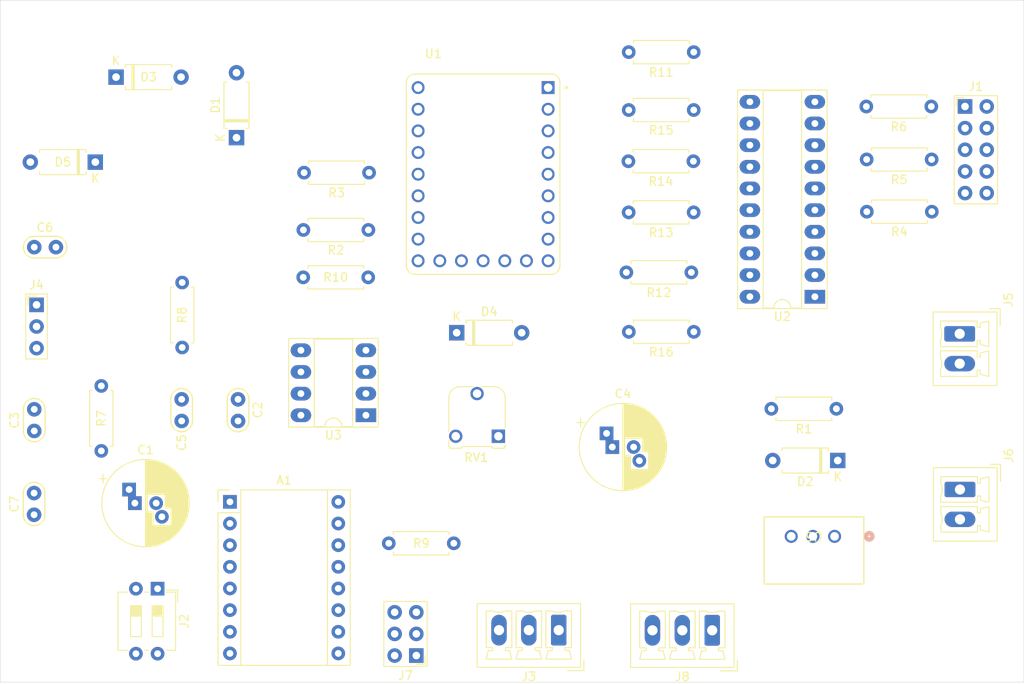
<source format=kicad_pcb>
(kicad_pcb (version 20240108) (generator "pcbnew") (generator_version "8.0")
  (layers (0 "F.Cu" signal) (31 "B.Cu" signal) (34 "B.Paste" user) (35 "F.Paste" user) (36 "B.SilkS" user "B.Silkscreen") (37 "F.SilkS" user "F.Silkscreen") (38 "B.Mask" user) (39 "F.Mask" user) (44 "Edge.Cuts" user))
  (net 0 "")
  (net 1 "Net-(A1-A2)")
  (net 2 "Net-(A1-A1)")
  (net 3 "Net-(A1-B1)")
  (net 4 "GND")
  (net 5 "/STEP")
  (net 6 "/~{EN}")
  (net 7 "Net-(A1-M0)")
  (net 8 "Net-(A1-M2)")
  (net 9 "+3.3V")
  (net 10 "Net-(A1-B2)")
  (net 11 "+12V")
  (net 12 "Net-(A1-M1)")
  (net 13 "/DIR")
  (net 15 "+5V")
  (net 16 "Net-(U3-B+)")
  (net 17 "Net-(C6-Pad1)")
  (net 18 "Net-(D3-K)")
  (net 19 "/LS0")
  (net 20 "/LS1")
  (net 21 "Net-(D4-K)")
  (net 22 "Net-(U2-A7)")
  (net 23 "/RGB")
  (net 24 "/RX")
  (net 25 "/BRX")
  (net 26 "/TX")
  (net 27 "/BTX")
  (net 28 "/SYNC")
  (net 29 "/BSYNC")
  (net 30 "Net-(R9-Pad2)")
  (net 31 "/VBIAS")
  (net 32 "Net-(U1-GP8)")
  (net 33 "/PRGB")
  (net 34 "/PLS1")
  (net 35 "Net-(U1-GP6)")
  (net 36 "/PLS0")
  (net 37 "Net-(U1-GP5)")
  (net 38 "/PSYNC")
  (net 39 "Net-(U1-GP2)")
  (net 40 "Net-(U1-GP1)")
  (net 41 "/PRX")
  (net 42 "/PTX")
  (net 43 "Net-(U1-GP0)")
  (net 48 "Net-(U3-A-)")
  (net 49 "/VADC")
  (footprint "Package_DIP:DIP-8_W7.62mm_Socket_LongPads" (layer "F.Cu") (at 140.51 111.31 180)
    (property "Reference" "U3" (at 3.81 -2.33 360) (layer "F.SilkS"))
    (property "Value" "MCP6002")
    (pad "1" thru_hole rect (at 0 0 180) (size 2.4 1.6) (drill 0.8) (layers "*.Cu" "*.Mask") (net 49 "/VADC"))
    (pad "2" thru_hole oval (at 0 2.54 180) (size 2.4 1.6) (drill 0.8) (layers "*.Cu" "*.Mask") (net 48 "Net-(U3-A-)"))
    (pad "3" thru_hole oval (at 0 5.08 180) (size 2.4 1.6) (drill 0.8) (layers "*.Cu" "*.Mask") (net 18 "Net-(D3-K)"))
    (pad "4" thru_hole oval (at 0 7.62 180) (size 2.4 1.6) (drill 0.8) (layers "*.Cu" "*.Mask") (net 4 "GND"))
    (pad "5" thru_hole oval (at 7.62 7.62 180) (size 2.4 1.6) (drill 0.8) (layers "*.Cu" "*.Mask") (net 16 "Net-(U3-B+)"))
    (pad "6" thru_hole oval (at 7.62 5.08 180) (size 2.4 1.6) (drill 0.8) (layers "*.Cu" "*.Mask") (net 31 "/VBIAS"))
    (pad "7" thru_hole oval (at 7.62 2.54 180) (size 2.4 1.6) (drill 0.8) (layers "*.Cu" "*.Mask") (net 31 "/VBIAS"))
    (pad "8" thru_hole oval (at 7.62 0 180) (size 2.4 1.6) (drill 0.8) (layers "*.Cu" "*.Mask") (net 9 "+3.3V"))
  )
  (footprint "Resistor_THT:R_Axial_DIN0207_L6.3mm_D2.5mm_P7.62mm_Horizontal" (layer "F.Cu") (at 178.93 87.51 180)
    (property "Reference" "R13" (at 3.81 -2.37 360) (layer "F.SilkS"))
    (property "Value" "100")
    (pad "1" thru_hole circle (at 0 0 180) (size 1.6 1.6) (drill 0.8) (layers "*.Cu" "*.Mask") (net 36 "/PLS0"))
    (pad "2" thru_hole oval (at 7.62 0 180) (size 1.6 1.6) (drill 0.8) (layers "*.Cu" "*.Mask") (net 37 "Net-(U1-GP5)"))
  )
  (footprint "Resistor_THT:R_Axial_DIN0207_L6.3mm_D2.5mm_P7.62mm_Horizontal" (layer "F.Cu") (at 178.94 68.71 180)
    (property "Reference" "R11" (at 3.81 -2.37 360) (layer "F.SilkS"))
    (property "Value" "100")
    (pad "1" thru_hole circle (at 0 0 180) (size 1.6 1.6) (drill 0.8) (layers "*.Cu" "*.Mask") (net 33 "/PRGB"))
    (pad "2" thru_hole oval (at 7.62 0 180) (size 1.6 1.6) (drill 0.8) (layers "*.Cu" "*.Mask") (net 32 "Net-(U1-GP8)"))
  )
  (footprint "Resistor_THT:R_Axial_DIN0207_L6.3mm_D2.5mm_P7.62mm_Horizontal" (layer "F.Cu") (at 206.79 75.09 180)
    (property "Reference" "R6" (at 3.81 -2.37 0) (layer "F.SilkS"))
    (property "Value" "100")
    (pad "1" thru_hole circle (at 0 0 180) (size 1.6 1.6) (drill 0.8) (layers "*.Cu" "*.Mask") (net 29 "/BSYNC"))
    (pad "2" thru_hole oval (at 7.62 0 180) (size 1.6 1.6) (drill 0.8) (layers "*.Cu" "*.Mask") (net 28 "/SYNC"))
  )
  (footprint "Aquiot:C_Ceramic-100mil-THT" (layer "F.Cu") (at 101.63 113.15 90)
    (property "Reference" "C3" (at 1.25 -2.31 90) (layer "F.SilkS"))
    (property "Value" "100n")
    (pad "1" thru_hole circle (at 0 0 90) (size 1.7 1.7) (drill 0.8) (layers "*.Cu" "*.Mask") (net 4 "GND"))
    (pad "2" thru_hole circle (at 2.54 0 90) (size 1.7 1.7) (drill 0.8) (layers "*.Cu" "*.Mask") (net 9 "+3.3V"))
  )
  (footprint "Resistor_THT:R_Axial_DIN0207_L6.3mm_D2.5mm_P7.62mm_Horizontal" (layer "F.Cu") (at 206.85 87.43 180)
    (property "Reference" "R4" (at 3.81 -2.37 0) (layer "F.SilkS"))
    (property "Value" "100")
    (pad "1" thru_hole circle (at 0 0 180) (size 1.6 1.6) (drill 0.8) (layers "*.Cu" "*.Mask") (net 25 "/BRX"))
    (pad "2" thru_hole oval (at 7.62 0 180) (size 1.6 1.6) (drill 0.8) (layers "*.Cu" "*.Mask") (net 24 "/RX"))
  )
  (footprint "Diode_THT:D_A-405_P7.62mm_Horizontal" (layer "F.Cu") (at 111.22 71.64)
    (property "Reference" "D3" (at 3.81 0 360) (layer "F.SilkS"))
    (property "Value" "30V")
    (fp_text user "K" (at 0 -1.9 360) (layer "F.SilkS"))
    (pad "1" thru_hole rect (at 0 0) (size 1.8 1.8) (drill 0.9) (layers "*.Cu" "*.Mask") (net 18 "Net-(D3-K)"))
    (pad "2" thru_hole oval (at 7.62 0) (size 1.8 1.8) (drill 0.9) (layers "*.Cu" "*.Mask") (net 4 "GND"))
  )
  (footprint "Resistor_THT:R_Axial_DIN0207_L6.3mm_D2.5mm_P7.62mm_Horizontal" (layer "F.Cu") (at 178.66 94.55 180)
    (property "Reference" "R12" (at 3.81 -2.37 360) (layer "F.SilkS"))
    (property "Value" "100")
    (pad "1" thru_hole circle (at 0 0 180) (size 1.6 1.6) (drill 0.8) (layers "*.Cu" "*.Mask") (net 34 "/PLS1"))
    (pad "2" thru_hole oval (at 7.62 0 180) (size 1.6 1.6) (drill 0.8) (layers "*.Cu" "*.Mask") (net 35 "Net-(U1-GP6)"))
  )
  (footprint "Aquiot:C_Ceramic-100mil-THT" (layer "F.Cu") (at 101.61 122.98 90)
    (property "Reference" "C7" (at 1.25 -2.31 90) (layer "F.SilkS"))
    (property "Value" "100n")
    (pad "1" thru_hole circle (at 0 0 90) (size 1.7 1.7) (drill 0.8) (layers "*.Cu" "*.Mask") (net 11 "+12V"))
    (pad "2" thru_hole circle (at 2.54 0 90) (size 1.7 1.7) (drill 0.8) (layers "*.Cu" "*.Mask") (net 4 "GND"))
  )
  (footprint "Capacitor_THT:CP_Radial_D10.0mm_P2.50mm_P5.00mm" (layer "F.Cu") (at 113.422323 121.62)
    (property "Reference" "C1" (at 1.25 -6.25 360) (layer "F.SilkS"))
    (property "Value" "100u/25V")
    (pad "1" thru_hole rect (at -0.670937 -1.6) (size 1.6 1.6) (drill 0.8) (layers "*.Cu" "*.Mask") (net 11 "+12V"))
    (pad "1" thru_hole rect (at 0 0) (size 1.6 1.6) (drill 0.8) (layers "*.Cu" "*.Mask") (net 11 "+12V"))
    (pad "2" thru_hole circle (at 2.5 0) (size 1.6 1.6) (drill 0.8) (layers "*.Cu" "*.Mask") (net 4 "GND"))
    (pad "2" thru_hole circle (at 3.170937 1.6) (size 1.6 1.6) (drill 0.8) (layers "*.Cu" "*.Mask") (net 4 "GND"))
  )
  (footprint "Resistor_THT:R_Axial_DIN0207_L6.3mm_D2.5mm_P7.62mm_Horizontal" (layer "F.Cu") (at 178.95 101.52 180)
    (property "Reference" "R16" (at 3.81 -2.37 360) (layer "F.SilkS"))
    (property "Value" "100")
    (pad "1" thru_hole circle (at 0 0 180) (size 1.6 1.6) (drill 0.8) (layers "*.Cu" "*.Mask") (net 42 "/PTX"))
    (pad "2" thru_hole oval (at 7.62 0 180) (size 1.6 1.6) (drill 0.8) (layers "*.Cu" "*.Mask") (net 43 "Net-(U1-GP0)"))
  )
  (footprint "Button_Switch_THT:SW_DIP_SPSTx02_Slide_6.7x6.64mm_W7.62mm_P2.54mm_LowProfile" (layer "F.Cu") (at 116.09 131.66 -90)
    (property "Reference" "J2" (at 3.81 -3.11 90) (layer "F.SilkS"))
    (property "Value" "HDR4")
    (pad "1" thru_hole rect (at 0 0 270) (size 1.6 1.6) (drill 0.8) (layers "*.Cu" "*.Mask") (net 2 "Net-(A1-A1)"))
    (pad "2" thru_hole oval (at 0 2.54 270) (size 1.6 1.6) (drill 0.8) (layers "*.Cu" "*.Mask") (net 1 "Net-(A1-A2)"))
    (pad "3" thru_hole oval (at 7.62 2.54 270) (size 1.6 1.6) (drill 0.8) (layers "*.Cu" "*.Mask") (net 3 "Net-(A1-B1)"))
    (pad "4" thru_hole oval (at 7.62 0 270) (size 1.6 1.6) (drill 0.8) (layers "*.Cu" "*.Mask") (net 10 "Net-(A1-B2)"))
  )
  (footprint "Resistor_THT:R_Axial_DIN0207_L6.3mm_D2.5mm_P7.62mm_Horizontal" (layer "F.Cu") (at 195.66 110.55 180)
    (property "Reference" "R1" (at 3.81 -2.37 0) (layer "F.SilkS"))
    (property "Value" "100")
    (pad "1" thru_hole circle (at 0 0 180) (size 1.6 1.6) (drill 0.8) (layers "*.Cu" "*.Mask") (net 22 "Net-(U2-A7)"))
    (pad "2" thru_hole oval (at 7.62 0 180) (size 1.6 1.6) (drill 0.8) (layers "*.Cu" "*.Mask") (net 23 "/RGB"))
  )
  (footprint "Aquiot:Pin_Header_Straight_2x03_Pitch2.54mm" (layer "F.Cu") (at 146.42 139.5 180)
    (property "Reference" "J7" (at 1.27 -2.33 0) (layer "F.SilkS"))
    (property "Value" "HDR3x2")
    (pad "1" thru_hole rect (at 0 0 180) (size 1.7 1.7) (drill 0.89) (layers "*.Cu" "*.Mask") (net 4 "GND"))
    (pad "2" thru_hole oval (at 2.54 0 180) (size 1.7 1.7) (drill 0.89) (layers "*.Cu" "*.Mask") (net 7 "Net-(A1-M0)"))
    (pad "3" thru_hole oval (at 0 2.54 180) (size 1.7 1.7) (drill 0.89) (layers "*.Cu" "*.Mask") (net 4 "GND"))
    (pad "4" thru_hole oval (at 2.54 2.54 180) (size 1.7 1.7) (drill 0.89) (layers "*.Cu" "*.Mask") (net 12 "Net-(A1-M1)"))
    (pad "5" thru_hole oval (at 0 5.08 180) (size 1.7 1.7) (drill 0.89) (layers "*.Cu" "*.Mask") (net 4 "GND"))
    (pad "6" thru_hole oval (at 2.54 5.08 180) (size 1.7 1.7) (drill 0.89) (layers "*.Cu" "*.Mask") (net 8 "Net-(A1-M2)"))
  )
  (footprint "Resistor_THT:R_Axial_DIN0207_L6.3mm_D2.5mm_P7.62mm_Horizontal" (layer "F.Cu") (at 143.19 126.33)
    (property "Reference" "R9" (at 3.81 0 360) (layer "F.SilkS"))
    (property "Value" "TBD")
    (pad "1" thru_hole circle (at 0 0) (size 1.6 1.6) (drill 0.8) (layers "*.Cu" "*.Mask") (net 31 "/VBIAS"))
    (pad "2" thru_hole oval (at 7.62 0) (size 1.6 1.6) (drill 0.8) (layers "*.Cu" "*.Mask") (net 30 "Net-(R9-Pad2)"))
  )
  (footprint "Resistor_THT:R_Axial_DIN0207_L6.3mm_D2.5mm_P7.62mm_Horizontal" (layer "F.Cu") (at 178.9 81.51 180)
    (property "Reference" "R14" (at 3.81 -2.37 360) (layer "F.SilkS"))
    (property "Value" "100")
    (pad "1" thru_hole circle (at 0 0 180) (size 1.6 1.6) (drill 0.8) (layers "*.Cu" "*.Mask") (net 38 "/PSYNC"))
    (pad "2" thru_hole oval (at 7.62 0 180) (size 1.6 1.6) (drill 0.8) (layers "*.Cu" "*.Mask") (net 39 "Net-(U1-GP2)"))
  )
  (footprint "Aquiot:C_Ceramic-100mil-THT" (layer "F.Cu") (at 125.52 109.44 -90)
    (property "Reference" "C2" (at 1.25 -2.31 90) (layer "F.SilkS"))
    (property "Value" "100n")
    (pad "1" thru_hole circle (at 0 0 270) (size 1.7 1.7) (drill 0.8) (layers "*.Cu" "*.Mask") (net 9 "+3.3V"))
    (pad "2" thru_hole circle (at 2.54 0 270) (size 1.7 1.7) (drill 0.8) (layers "*.Cu" "*.Mask") (net 4 "GND"))
  )
  (footprint "Aquiot8:PhoenixContact_MCV_1,5_2-G-3.5_1x02_P3.50mm_Vertical" (layer "F.Cu") (at 210.1175 101.7575 -90)
    (property "Reference" "J5" (at -3.9825 -5.7225 90) (layer "F.SilkS"))
    (property "Value" "Screw_Terminal_01x02")
    (pad "1" thru_hole roundrect (at 0 0 270) (size 1.8 3.6) (drill 1.2) (layers "*.Cu" "*.Mask") (roundrect_rratio 0.1388888889) (net 19 "/LS0"))
    (pad "2" thru_hole oval (at 3.5 0 270) (size 1.8 3.6) (drill 1.2) (layers "*.Cu" "*.Mask") (net 4 "GND"))
  )
  (footprint "Diode_THT:D_A-405_P7.62mm_Horizontal" (layer "F.Cu") (at 195.82 116.62 180)
    (property "Reference" "D2" (at 3.81 -2.47 360) (layer "F.SilkS"))
    (property "Value" "3.3V")
    (fp_text user "K" (at 0 -1.9 360) (layer "F.SilkS"))
    (pad "1" thru_hole rect (at 0 0 180) (size 1.8 1.8) (drill 0.9) (layers "*.Cu" "*.Mask") (net 20 "/LS1"))
    (pad "2" thru_hole oval (at 7.62 0 180) (size 1.8 1.8) (drill 0.9) (layers "*.Cu" "*.Mask") (net 4 "GND"))
  )
  (footprint "Resistor_THT:R_Axial_DIN0207_L6.3mm_D2.5mm_P7.62mm_Horizontal" (layer "F.Cu") (at 133.16 95.13)
    (property "Reference" "R10" (at 3.81 0 360) (layer "F.SilkS"))
    (property "Value" "470k")
    (pad "1" thru_hole circle (at 0 0) (size 1.6 1.6) (drill 0.8) (layers "*.Cu" "*.Mask") (net 31 "/VBIAS"))
    (pad "2" thru_hole oval (at 7.62 0) (size 1.6 1.6) (drill 0.8) (layers "*.Cu" "*.Mask") (net 18 "Net-(D3-K)"))
  )
  (footprint "Aquiot:Pin_Header_Straight_1x03_Pitch2.54mm" (layer "F.Cu") (at 101.9 98.36)
    (property "Reference" "J4" (at 0 -2.33 0) (layer "F.SilkS"))
    (property "Value" "HDR3")
    (pad "1" thru_hole rect (at 0 0) (size 1.7 1.7) (drill 0.89) (layers "*.Cu" "*.Mask") (net 9 "+3.3V"))
    (pad "2" thru_hole oval (at 0 2.54) (size 1.7 1.7) (drill 0.89) (layers "*.Cu" "*.Mask") (net 17 "Net-(C6-Pad1)"))
    (pad "3" thru_hole oval (at 0 5.08) (size 1.7 1.7) (drill 0.89) (layers "*.Cu" "*.Mask") (net 4 "GND"))
  )
  (footprint "Capacitor_THT:CP_Radial_D10.0mm_P2.50mm_P5.00mm" (layer "F.Cu") (at 169.392323 115.04)
    (property "Reference" "C4" (at 1.25 -6.25 360) (layer "F.SilkS"))
    (property "Value" "220u/50V")
    (pad "1" thru_hole rect (at -0.670937 -1.6) (size 1.6 1.6) (drill 0.8) (layers "*.Cu" "*.Mask") (net 15 "+5V"))
    (pad "1" thru_hole rect (at 0 0) (size 1.6 1.6) (drill 0.8) (layers "*.Cu" "*.Mask") (net 15 "+5V"))
    (pad "2" thru_hole circle (at 2.5 0) (size 1.6 1.6) (drill 0.8) (layers "*.Cu" "*.Mask") (net 4 "GND"))
    (pad "2" thru_hole circle (at 3.170937 1.6) (size 1.6 1.6) (drill 0.8) (layers "*.Cu" "*.Mask") (net 4 "GND"))
  )
  (footprint "Diode_THT:D_A-405_P7.62mm_Horizontal" (layer "F.Cu") (at 151.15 101.63)
    (property "Reference" "D4" (at 3.81 -2.47 360) (layer "F.SilkS"))
    (property "Value" "30V")
    (fp_text user "K" (at 0 -1.9 360) (layer "F.SilkS"))
    (pad "1" thru_hole rect (at 0 0) (size 1.8 1.8) (drill 0.9) (layers "*.Cu" "*.Mask") (net 21 "Net-(D4-K)"))
    (pad "2" thru_hole oval (at 7.62 0) (size 1.8 1.8) (drill 0.9) (layers "*.Cu" "*.Mask") (net 15 "+5V"))
  )
  (footprint "Aquiot7:PhoenixContact_MCV_1,5_3-G-3.5_1x03_P3.50mm_Vertical" (layer "F.Cu") (at 181.1025 136.5375 180)
    (property "Reference" "J8" (at 3.5 -5.45 0) (layer "F.SilkS"))
    (property "Value" "Screw_Terminal_01x03")
    (pad "1" thru_hole roundrect (at 0 0 180) (size 1.8 3.6) (drill 1.2) (layers "*.Cu" "*.Mask") (roundrect_rratio 0.138889) (net 11 "+12V"))
    (pad "2" thru_hole oval (at 3.5 0 180) (size 1.8 3.6) (drill 1.2) (layers "*.Cu" "*.Mask") (net 23 "/RGB"))
    (pad "3" thru_hole oval (at 7 0 180) (size 1.8 3.6) (drill 1.2) (layers "*.Cu" "*.Mask") (net 4 "GND"))
  )
  (footprint "Resistor_THT:R_Axial_DIN0207_L6.3mm_D2.5mm_P7.62mm_Horizontal" (layer "F.Cu") (at 109.49 115.49 90)
    (property "Reference" "R7" (at 3.81 0 90) (layer "F.SilkS"))
    (property "Value" "10k")
    (pad "1" thru_hole circle (at 0 0 90) (size 1.6 1.6) (drill 0.8) (layers "*.Cu" "*.Mask") (net 4 "GND"))
    (pad "2" thru_hole oval (at 7.62 0 90) (size 1.6 1.6) (drill 0.8) (layers "*.Cu" "*.Mask") (net 16 "Net-(U3-B+)"))
  )
  (footprint "Resistor_THT:R_Axial_DIN0207_L6.3mm_D2.5mm_P7.62mm_Horizontal" (layer "F.Cu") (at 140.8 89.57 180)
    (property "Reference" "R2" (at 3.81 -2.37 360) (layer "F.SilkS"))
    (property "Value" "2K2")
    (pad "1" thru_hole circle (at 0 0 180) (size 1.6 1.6) (drill 0.8) (layers "*.Cu" "*.Mask") (net 9 "+3.3V"))
    (pad "2" thru_hole oval (at 7.62 0 180) (size 1.6 1.6) (drill 0.8) (layers "*.Cu" "*.Mask") (net 19 "/LS0"))
  )
  (footprint "Diode_THT:D_A-405_P7.62mm_Horizontal" (layer "F.Cu") (at 125.34 78.75 90)
    (property "Reference" "D1" (at 3.81 -2.47 90) (layer "F.SilkS"))
    (property "Value" "3.3V")
    (fp_text user "K" (at 0 -1.9 90) (layer "F.SilkS"))
    (pad "1" thru_hole rect (at 0 0 90) (size 1.8 1.8) (drill 0.9) (layers "*.Cu" "*.Mask") (net 19 "/LS0"))
    (pad "2" thru_hole oval (at 7.62 0 90) (size 1.8 1.8) (drill 0.9) (layers "*.Cu" "*.Mask") (net 4 "GND"))
  )
  (footprint "RP-2040:MODULE_RP2040-ZERO" (layer "F.Cu") (at 154.25 83.03)
    (property "Reference" "U1" (at -5.825 -14.135 0) (layer "F.SilkS"))
    (property "Value" "RP2040-ZERO")
    (pad "1" thru_hole rect (at 7.62 -10.16) (size 1.508 1.508) (drill 1) (layers "*.Cu" "*.Mask") (net 43 "Net-(U1-GP0)"))
    (pad "2" thru_hole circle (at 7.62 -7.62) (size 1.508 1.508) (drill 1) (layers "*.Cu" "*.Mask") (net 40 "Net-(U1-GP1)"))
    (pad "3" thru_hole circle (at 7.62 -5.08) (size 1.508 1.508) (drill 1) (layers "*.Cu" "*.Mask") (net 39 "Net-(U1-GP2)"))
    (pad "4" thru_hole circle (at 7.62 -2.54) (size 1.508 1.508) (drill 1) (layers "*.Cu" "*.Mask"))
    (pad "5" thru_hole circle (at 7.62 0) (size 1.508 1.508) (drill 1) (layers "*.Cu" "*.Mask"))
    (pad "6" thru_hole circle (at 7.62 2.54) (size 1.508 1.508) (drill 1) (layers "*.Cu" "*.Mask") (net 37 "Net-(U1-GP5)"))
    (pad "7" thru_hole circle (at 7.62 5.08) (size 1.508 1.508) (drill 1) (layers "*.Cu" "*.Mask") (net 35 "Net-(U1-GP6)"))
    (pad "8" thru_hole circle (at 7.62 7.62) (size 1.508 1.508) (drill 1) (layers "*.Cu" "*.Mask"))
    (pad "9" thru_hole circle (at 7.62 10.16) (size 1.508 1.508) (drill 1) (layers "*.Cu" "*.Mask") (net 32 "Net-(U1-GP8)"))
    (pad "10" thru_hole circle (at 5.08 10.16) (size 1.508 1.508) (drill 1) (layers "*.Cu" "*.Mask"))
    (pad "11" thru_hole circle (at 2.54 10.16) (size 1.508 1.508) (drill 1) (layers "*.Cu" "*.Mask"))
    (pad "12" thru_hole circle (at 0 10.16) (size 1.508 1.508) (drill 1) (layers "*.Cu" "*.Mask") (net 6 "/~{EN}"))
    (pad "13" thru_hole circle (at -2.54 10.16) (size 1.508 1.508) (drill 1) (layers "*.Cu" "*.Mask") (net 5 "/STEP"))
    (pad "14" thru_hole circle (at -5.08 10.16) (size 1.508 1.508) (drill 1) (layers "*.Cu" "*.Mask") (net 13 "/DIR"))
    (pad "15" thru_hole circle (at -7.62 10.16) (size 1.508 1.508) (drill 1) (layers "*.Cu" "*.Mask"))
    (pad "16" thru_hole circle (at -7.62 7.62) (size 1.508 1.508) (drill 1) (layers "*.Cu" "*.Mask"))
    (pad "17" thru_hole circle (at -7.62 5.08) (size 1.508 1.508) (drill 1) (layers "*.Cu" "*.Mask") (net 49 "/VADC"))
    (pad "18" thru_hole circle (at -7.62 2.54) (size 1.508 1.508) (drill 1) (layers "*.Cu" "*.Mask"))
    (pad "19" thru_hole circle (at -7.62 0) (size 1.508 1.508) (drill 1) (layers "*.Cu" "*.Mask"))
    (pad "20" thru_hole circle (at -7.62 -2.54) (size 1.508 1.508) (drill 1) (layers "*.Cu" "*.Mask"))
    (pad "21" thru_hole circle (at -7.62 -5.08) (size 1.508 1.508) (drill 1) (layers "*.Cu" "*.Mask") (net 9 "+3.3V"))
    (pad "22" thru_hole circle (at -7.62 -7.62) (size 1.508 1.508) (drill 1) (layers "*.Cu" "*.Mask") (net 4 "GND"))
    (pad "23" thru_hole circle (at -7.62 -10.16) (size 1.508 1.508) (drill 1) (layers "*.Cu" "*.Mask") (net 21 "Net-(D4-K)"))
  )
  (footprint "Resistor_THT:R_Axial_DIN0207_L6.3mm_D2.5mm_P7.62mm_Horizontal" (layer "F.Cu") (at 178.94 75.5 180)
    (property "Reference" "R15" (at 3.81 -2.37 360) (layer "F.SilkS"))
    (property "Value" "100")
    (pad "1" thru_hole circle (at 0 0 180) (size 1.6 1.6) (drill 0.8) (layers "*.Cu" "*.Mask") (net 41 "/PRX"))
    (pad "2" thru_hole oval (at 7.62 0 180) (size 1.6 1.6) (drill 0.8) (layers "*.Cu" "*.Mask") (net 40 "Net-(U1-GP1)"))
  )
  (footprint "Resistor_THT:R_Axial_DIN0207_L6.3mm_D2.5mm_P7.62mm_Horizontal" (layer "F.Cu") (at 206.83 81.3 180)
    (property "Reference" "R5" (at 3.81 -2.37 0) (layer "F.SilkS"))
    (property "Value" "100")
    (pad "1" thru_hole circle (at 0 0 180) (size 1.6 1.6) (drill 0.8) (layers "*.Cu" "*.Mask") (net 27 "/BTX"))
    (pad "2" thru_hole oval (at 7.62 0 180) (size 1.6 1.6) (drill 0.8) (layers "*.Cu" "*.Mask") (net 26 "/TX"))
  )
  (footprint "Aquiot:C_Ceramic-100mil-THT" (layer "F.Cu") (at 118.91 111.98 90)
    (property "Reference" "C5" (at -2.54 0 90) (layer "F.SilkS"))
    (property "Value" "100n")
    (pad "1" thru_hole circle (at 0 0 90) (size 1.7 1.7) (drill 0.8) (layers "*.Cu" "*.Mask") (net 4 "GND"))
    (pad "2" thru_hole circle (at 2.54 0 90) (size 1.7 1.7) (drill 0.8) (layers "*.Cu" "*.Mask") (net 16 "Net-(U3-B+)"))
  )
  (footprint "Potentiometer_THT:Potentiometer_Runtron_RM-065_Vertical" (layer "F.Cu") (at 156.04 113.77 180)
    (property "Reference" "RV1" (at 2.6 -2.5 360) (layer "F.SilkS"))
    (property "Value" "R_Potentiometer")
    (pad "1" thru_hole rect (at 0 0 180) (size 1.56 1.56) (drill 1) (layers "*.Cu" "*.Mask") (net 49 "/VADC"))
    (pad "2" thru_hole circle (at 2.5 5 180) (size 1.56 1.56) (drill 1) (layers "*.Cu" "*.Mask") (net 48 "Net-(U3-A-)"))
    (pad "3" thru_hole circle (at 5 0 180) (size 1.56 1.56) (drill 1) (layers "*.Cu" "*.Mask") (net 30 "Net-(R9-Pad2)"))
  )
  (footprint "Aquiot8:PhoenixContact_MCV_1,5_2-G-3.5_1x02_P3.50mm_Vertical" (layer "F.Cu") (at 210.15 120.02 -90)
    (property "Reference" "J6" (at -3.9825 -5.7225 90) (layer "F.SilkS"))
    (property "Value" "Screw_Terminal_01x02")
    (pad "1" thru_hole roundrect (at 0 0 270) (size 1.8 3.6) (drill 1.2) (layers "*.Cu" "*.Mask") (roundrect_rratio 0.1388888889) (net 20 "/LS1"))
    (pad "2" thru_hole oval (at 3.5 0 270) (size 1.8 3.6) (drill 1.2) (layers "*.Cu" "*.Mask") (net 4 "GND"))
  )
  (footprint "Package_DIP:DIP-20_W7.62mm_Socket_LongPads" (layer "F.Cu") (at 193.14 97.405 180)
    (property "Reference" "U2" (at 3.81 -2.33 360) (layer "F.SilkS"))
    (property "Value" "74HC245")
    (pad "1" thru_hole rect (at 0 0 180) (size 2.4 1.6) (drill 0.8) (layers "*.Cu" "*.Mask") (net 4 "GND"))
    (pad "2" thru_hole oval (at 0 2.54 180) (size 2.4 1.6) (drill 0.8) (layers "*.Cu" "*.Mask") (net 38 "/PSYNC"))
    (pad "3" thru_hole oval (at 0 5.08 180) (size 2.4 1.6) (drill 0.8) (layers "*.Cu" "*.Mask") (net 26 "/TX"))
    (pad "4" thru_hole oval (at 0 7.62 180) (size 2.4 1.6) (drill 0.8) (layers "*.Cu" "*.Mask") (net 41 "/PRX"))
    (pad "5" thru_hole oval (at 0 10.16 180) (size 2.4 1.6) (drill 0.8) (layers "*.Cu" "*.Mask") (net 36 "/PLS0"))
    (pad "6" thru_hole oval (at 0 12.7 180) (size 2.4 1.6) (drill 0.8) (layers "*.Cu" "*.Mask") (net 34 "/PLS1"))
    (pad "7" thru_hole oval (at 0 15.24 180) (size 2.4 1.6) (drill 0.8) (layers "*.Cu" "*.Mask"))
    (pad "8" thru_hole oval (at 0 17.78 180) (size 2.4 1.6) (drill 0.8) (layers "*.Cu" "*.Mask"))
    (pad "9" thru_hole oval (at 0 20.32 180) (size 2.4 1.6) (drill 0.8) (layers "*.Cu" "*.Mask") (net 22 "Net-(U2-A7)"))
    (pad "10" thru_hole oval (at 0 22.86 180) (size 2.4 1.6) (drill 0.8) (layers "*.Cu" "*.Mask") (net 4 "GND"))
    (pad "11" thru_hole oval (at 7.62 22.86 180) (size 2.4 1.6) (drill 0.8) (layers "*.Cu" "*.Mask") (net 33 "/PRGB"))
    (pad "12" thru_hole oval (at 7.62 20.32 180) (size 2.4 1.6) (drill 0.8) (layers "*.Cu" "*.Mask"))
    (pad "13" thru_hole oval (at 7.62 17.78 180) (size 2.4 1.6) (drill 0.8) (layers "*.Cu" "*.Mask"))
    (pad "14" thru_hole oval (at 7.62 15.24 180) (size 2.4 1.6) (drill 0.8) (layers "*.Cu" "*.Mask") (net 20 "/LS1"))
    (pad "15" thru_hole oval (at 7.62 12.7 180) (size 2.4 1.6) (drill 0.8) (layers "*.Cu" "*.Mask") (net 19 "/LS0"))
    (pad "16" thru_hole oval (at 7.62 10.16 180) (size 2.4 1.6) (drill 0.8) (layers "*.Cu" "*.Mask") (net 24 "/RX"))
    (pad "17" thru_hole oval (at 7.62 7.62 180) (size 2.4 1.6) (drill 0.8) (layers "*.Cu" "*.Mask") (net 42 "/PTX"))
    (pad "18" thru_hole oval (at 7.62 5.08 180) (size 2.4 1.6) (drill 0.8) (layers "*.Cu" "*.Mask") (net 28 "/SYNC"))
    (pad "19" thru_hole oval (at 7.62 2.54 180) (size 2.4 1.6) (drill 0.8) (layers "*.Cu" "*.Mask") (net 4 "GND"))
    (pad "20" thru_hole oval (at 7.62 0 180) (size 2.4 1.6) (drill 0.8) (layers "*.Cu" "*.Mask") (net 9 "+3.3V"))
  )
  (footprint "Module:Pololu_Breakout-16_15.2x20.3mm" (layer "F.Cu") (at 124.57 121.47)
    (property "Reference" "A1" (at 6.35 -2.54 360) (layer "F.SilkS"))
    (property "Value" "Pololu_Breakout_DRV8825")
    (pad "1" thru_hole rect (at 0 0) (size 1.6 1.6) (drill 0.8) (layers "*.Cu" "*.Mask") (net 4 "GND"))
    (pad "2" thru_hole oval (at 0 2.54) (size 1.6 1.6) (drill 0.8) (layers "*.Cu" "*.Mask"))
    (pad "3" thru_hole oval (at 0 5.08) (size 1.6 1.6) (drill 0.8) (layers "*.Cu" "*.Mask") (net 1 "Net-(A1-A2)"))
    (pad "4" thru_hole oval (at 0 7.62) (size 1.6 1.6) (drill 0.8) (layers "*.Cu" "*.Mask") (net 2 "Net-(A1-A1)"))
    (pad "5" thru_hole oval (at 0 10.16) (size 1.6 1.6) (drill 0.8) (layers "*.Cu" "*.Mask") (net 3 "Net-(A1-B1)"))
    (pad "6" thru_hole oval (at 0 12.7) (size 1.6 1.6) (drill 0.8) (layers "*.Cu" "*.Mask") (net 10 "Net-(A1-B2)"))
    (pad "7" thru_hole oval (at 0 15.24) (size 1.6 1.6) (drill 0.8) (layers "*.Cu" "*.Mask") (net 4 "GND"))
    (pad "8" thru_hole oval (at 0 17.78) (size 1.6 1.6) (drill 0.8) (layers "*.Cu" "*.Mask") (net 11 "+12V"))
    (pad "9" thru_hole oval (at 12.7 17.78) (size 1.6 1.6) (drill 0.8) (layers "*.Cu" "*.Mask") (net 6 "/~{EN}"))
    (pad "10" thru_hole oval (at 12.7 15.24) (size 1.6 1.6) (drill 0.8) (layers "*.Cu" "*.Mask") (net 7 "Net-(A1-M0)"))
    (pad "11" thru_hole oval (at 12.7 12.7) (size 1.6 1.6) (drill 0.8) (layers "*.Cu" "*.Mask") (net 12 "Net-(A1-M1)"))
    (pad "12" thru_hole oval (at 12.7 10.16) (size 1.6 1.6) (drill 0.8) (layers "*.Cu" "*.Mask") (net 8 "Net-(A1-M2)"))
    (pad "13" thru_hole oval (at 12.7 7.62) (size 1.6 1.6) (drill 0.8) (layers "*.Cu" "*.Mask") (net 9 "+3.3V"))
    (pad "14" thru_hole oval (at 12.7 5.08) (size 1.6 1.6) (drill 0.8) (layers "*.Cu" "*.Mask") (net 9 "+3.3V"))
    (pad "15" thru_hole oval (at 12.7 2.54) (size 1.6 1.6) (drill 0.8) (layers "*.Cu" "*.Mask") (net 5 "/STEP"))
    (pad "16" thru_hole oval (at 12.7 0) (size 1.6 1.6) (drill 0.8) (layers "*.Cu" "*.Mask") (net 13 "/DIR"))
  )
  (footprint "Diode_THT:D_A-405_P7.62mm_Horizontal" (layer "F.Cu") (at 108.79 81.61 180)
    (property "Reference" "D5" (at 3.81 0 0) (layer "F.SilkS"))
    (property "Value" "30V")
    (fp_text user "K" (at 0 -1.9 0) (layer "F.SilkS"))
    (pad "1" thru_hole rect (at 0 0 180) (size 1.8 1.8) (drill 0.9) (layers "*.Cu" "*.Mask") (net 9 "+3.3V"))
    (pad "2" thru_hole oval (at 7.62 0 180) (size 1.8 1.8) (drill 0.9) (layers "*.Cu" "*.Mask") (net 18 "Net-(D3-K)"))
  )
  (footprint "Resistor_THT:R_Axial_DIN0207_L6.3mm_D2.5mm_P7.62mm_Horizontal" (layer "F.Cu") (at 140.88 82.85 180)
    (property "Reference" "R3" (at 3.81 -2.37 360) (layer "F.SilkS"))
    (property "Value" "2K2")
    (pad "1" thru_hole circle (at 0 0 180) (size 1.6 1.6) (drill 0.8) (layers "*.Cu" "*.Mask") (net 9 "+3.3V"))
    (pad "2" thru_hole oval (at 7.62 0 180) (size 1.6 1.6) (drill 0.8) (layers "*.Cu" "*.Mask") (net 20 "/LS1"))
  )
  (footprint "Aquiot:Pin_Header_Straight_2x05_Pitch2.54mm" (layer "F.Cu") (at 210.745 75.085)
    (property "Reference" "J1" (at 1.27 -2.33 0) (layer "F.SilkS"))
    (property "Value" "HDR5x2")
    (pad "1" thru_hole rect (at 0 0) (size 1.7 1.7) (drill 0.89) (layers "*.Cu" "*.Mask") (net 11 "+12V"))
    (pad "2" thru_hole oval (at 2.54 0) (size 1.7 1.7) (drill 0.89) (layers "*.Cu" "*.Mask") (net 11 "+12V"))
    (pad "3" thru_hole oval (at 0 2.54) (size 1.7 1.7) (drill 0.89) (layers "*.Cu" "*.Mask") (net 29 "/BSYNC"))
    (pad "4" thru_hole oval (at 2.54 2.54) (size 1.7 1.7) (drill 0.89) (layers "*.Cu" "*.Mask") (net 11 "+12V"))
    (pad "5" thru_hole oval (at 0 5.08) (size 1.7 1.7) (drill 0.89) (layers "*.Cu" "*.Mask") (net 27 "/BTX"))
    (pad "6" thru_hole oval (at 2.54 5.08) (size 1.7 1.7) (drill 0.89) (layers "*.Cu" "*.Mask") (net 4 "GND"))
    (pad "7" thru_hole oval (at 0 7.62) (size 1.7 1.7) (drill 0.89) (layers "*.Cu" "*.Mask") (net 25 "/BRX"))
    (pad "8" thru_hole oval (at 2.54 7.62) (size 1.7 1.7) (drill 0.89) (layers "*.Cu" "*.Mask") (net 4 "GND"))
    (pad "9" thru_hole oval (at 0 10.16) (size 1.7 1.7) (drill 0.89) (layers "*.Cu" "*.Mask"))
    (pad "10" thru_hole oval (at 2.54 10.16) (size 1.7 1.7) (drill 0.89) (layers "*.Cu" "*.Mask") (net 4 "GND"))
  )
  (footprint "Aquiot:C_Ceramic-100mil-THT" (layer "F.Cu") (at 101.63 91.59)
    (property "Reference" "C6" (at 1.25 -2.31 360) (layer "F.SilkS"))
    (property "Value" "10u")
    (pad "1" thru_hole circle (at 0 0) (size 1.7 1.7) (drill 0.8) (layers "*.Cu" "*.Mask") (net 17 "Net-(C6-Pad1)"))
    (pad "2" thru_hole circle (at 2.54 0) (size 1.7 1.7) (drill 0.8) (layers "*.Cu" "*.Mask") (net 18 "Net-(D3-K)"))
  )
  (footprint "K78U15-500R3:TSR0P5_TRP" (layer "F.Cu") (at 195.4496 125.519 180)
    (property "Reference" "U6" (at 2.413 0 180) (layer "F.SilkS"))
    (property "Value" "K78Uxx-500R3")
    (pad "1" thru_hole circle (at 0 0 180) (size 1.524 1.524) (drill 1.016) (layers "*.Cu" "*.Mask") (net 11 "+12V"))
    (pad "2" thru_hole circle (at 2.54 0 180) (size 1.524 1.524) (drill 1.016) (layers "*.Cu" "*.Mask") (net 4 "GND"))
    (pad "3" thru_hole circle (at 5.08 0 180) (size 1.524 1.524) (drill 1.016) (layers "*.Cu" "*.Mask") (net 15 "+5V"))
  )
  (footprint "Resistor_THT:R_Axial_DIN0207_L6.3mm_D2.5mm_P7.62mm_Horizontal" (layer "F.Cu") (at 118.97 103.36 90)
    (property "Reference" "R8" (at 3.81 0 90) (layer "F.SilkS"))
    (property "Value" "10k")
    (pad "1" thru_hole circle (at 0 0 90) (size 1.6 1.6) (drill 0.8) (layers "*.Cu" "*.Mask") (net 16 "Net-(U3-B+)"))
    (pad "2" thru_hole oval (at 7.62 0 90) (size 1.6 1.6) (drill 0.8) (layers "*.Cu" "*.Mask") (net 9 "+3.3V"))
  )
  (footprint "Aquiot7:PhoenixContact_MCV_1,5_3-G-3.5_1x03_P3.50mm_Vertical" (layer "F.Cu") (at 163.11 136.52 180)
    (property "Reference" "J3" (at 3.5 -5.45 0) (layer "F.SilkS"))
    (property "Value" "Screw_Terminal_01x03")
    (pad "1" thru_hole roundrect (at 0 0 180) (size 1.8 3.6) (drill 1.2) (layers "*.Cu" "*.Mask") (roundrect_rratio 0.138889) (net 15 "+5V"))
    (pad "2" thru_hole oval (at 3.5 0 180) (size 1.8 3.6) (drill 1.2) (layers "*.Cu" "*.Mask") (net 23 "/RGB"))
    (pad "3" thru_hole oval (at 7 0 180) (size 1.8 3.6) (drill 1.2) (layers "*.Cu" "*.Mask") (net 4 "GND"))
  )
  (gr_rect (start 97.64 62.62) (end 217.64 142.62) (stroke (width 0.05)) (fill none) (layer "Edge.Cuts"))
)
</source>
